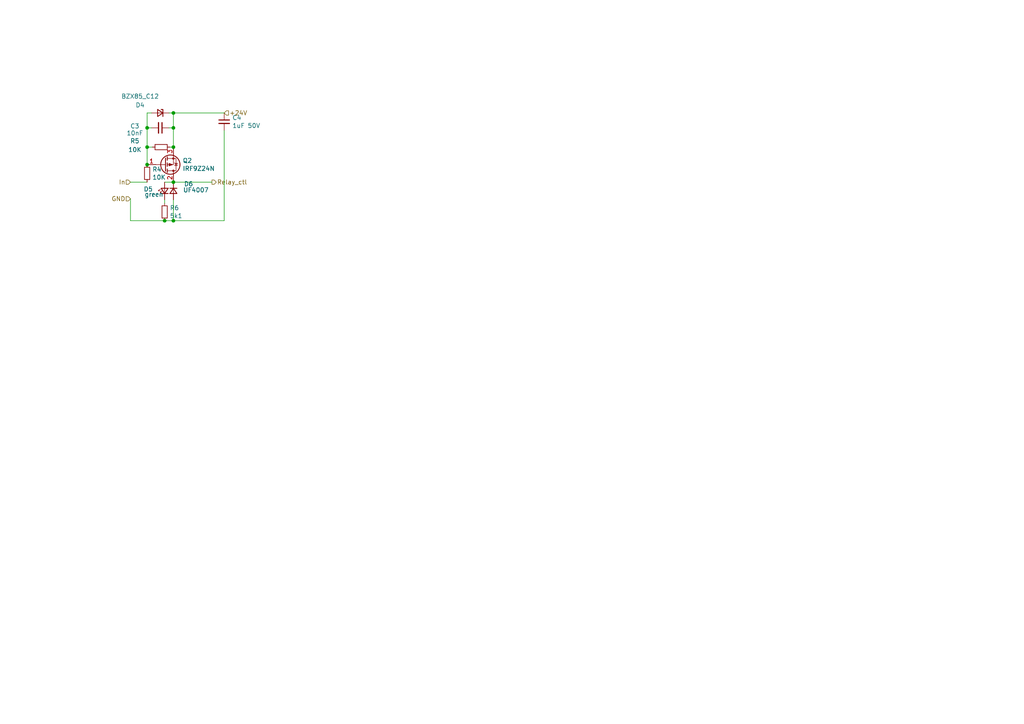
<source format=kicad_sch>
(kicad_sch (version 20230121) (generator eeschema)
  (paper "A4")
  (lib_symbols
    (symbol "Device:C_Small" (pin_numbers hide) (pin_names (offset 0.254) hide)
      (property "Reference" "C" (at 0.254 1.778 0))
      (property "Value" "C_Small" (at 0.254 -2.032 0))
      (symbol "C_Small_0_1"
        (polyline (pts (xy -1.524 -0.508) (xy 1.524 -0.508)) (stroke (width 0.3302)))
        (polyline (pts (xy -1.524 0.508) (xy 1.524 0.508)) (stroke (width 0.3048)))
      )
      (symbol "C_Small_1_1"
        (pin passive line (at 0 2.54 270) (length 2.032) (name "~") (number "1"))
        (pin passive line (at 0 -2.54 90) (length 2.032) (name "~") (number "2"))
      )
    )
    (symbol "Device:D_Small" (pin_numbers hide) (pin_names (offset 0.254) hide)
      (property "Reference" "D" (at -1.27 2.032 0))
      (property "Value" "D_Small" (at -3.81 -2.032 0))
      (symbol "D_Small_0_1"
        (polyline (pts (xy -0.762 -1.016) (xy -0.762 1.016)) (stroke (width 0.254)))
        (polyline (pts (xy -0.762 0) (xy 0.762 0)))
        (polyline (pts (xy 0.762 -1.016) (xy -0.762 0) (xy 0.762 1.016) (xy 0.762 -1.016)) (stroke (width 0.254)))
      )
      (symbol "D_Small_1_1"
        (pin passive line (at -2.54 0 0) (length 1.778) (name "K") (number "1"))
        (pin passive line (at 2.54 0 180) (length 1.778) (name "A") (number "2"))
      )
    )
    (symbol "Device:D_Zener_Small" (pin_numbers hide) (pin_names (offset 0.254) hide)
      (property "Reference" "D1" (at 7.112 -1.016 0))
      (property "Value" "BZX85_C12" (at 7.112 -3.556 0))
      (symbol "D_Zener_Small_0_1"
        (polyline (pts (xy -0.762 0) (xy 0.762 0)))
        (polyline (pts (xy 0.254 -1.016) (xy 0.762 -1.016) (xy 0.762 1.016)) (stroke (width 0.254)))
        (polyline (pts (xy -0.762 -1.016) (xy 0.762 0) (xy -0.762 1.016) (xy -0.762 -1.016)) (stroke (width 0.254)))
      )
      (symbol "D_Zener_Small_1_1"
        (pin passive line (at -2.54 0 0) (length 1.778) (name "A") (number "1"))
        (pin passive line (at 2.54 0 180) (length 1.778) (name "K") (number "2"))
      )
    )
    (symbol "Device:LED_Small" (pin_numbers hide) (pin_names (offset 0.254) hide)
      (property "Reference" "D" (at -1.27 3.175 0))
      (property "Value" "LED_Small" (at -4.445 -2.54 0))
      (symbol "LED_Small_0_1"
        (polyline (pts (xy -0.762 -1.016) (xy -0.762 1.016)) (stroke (width 0.254)))
        (polyline (pts (xy 1.016 0) (xy -0.762 0)))
        (polyline (pts (xy 0.762 -1.016) (xy -0.762 0) (xy 0.762 1.016) (xy 0.762 -1.016)) (stroke (width 0.254)))
        (polyline (pts (xy 0 0.762) (xy -0.508 1.27) (xy -0.254 1.27) (xy -0.508 1.27) (xy -0.508 1.016)))
        (polyline (pts (xy 0.508 1.27) (xy 0 1.778) (xy 0.254 1.778) (xy 0 1.778) (xy 0 1.524)))
      )
      (symbol "LED_Small_1_1"
        (pin passive line (at -2.54 0 0) (length 1.778) (name "K") (number "1"))
        (pin passive line (at 2.54 0 180) (length 1.778) (name "A") (number "2"))
      )
    )
    (symbol "Device:R_Small" (pin_numbers hide) (pin_names (offset 0.254) hide)
      (property "Reference" "R" (at 0.762 0.508 0))
      (property "Value" "R_Small" (at 0.762 -1.016 0))
      (symbol "R_Small_0_1"
        (rectangle (start -0.762 1.778) (end 0.762 -1.778) (stroke (width 0.2032)))
      )
      (symbol "R_Small_1_1"
        (pin passive line (at 0 2.54 270) (length 0.762) (name "~") (number "1"))
        (pin passive line (at 0 -2.54 90) (length 0.762) (name "~") (number "2"))
      )
    )
    (symbol "Transistor_FET:IRF9540N" (pin_names hide)
      (property "Reference" "Q" (at 5.08 1.905 0))
      (property "Value" "IRF9540N" (at 5.08 0 0))
      (symbol "IRF9540N_0_1"
        (polyline (pts (xy 0.254 0) (xy -2.54 0)))
        (polyline (pts (xy 0.254 1.905) (xy 0.254 -1.905)) (stroke (width 0.254)))
        (polyline (pts (xy 0.762 -1.27) (xy 0.762 -2.286)) (stroke (width 0.254)))
        (polyline (pts (xy 0.762 0.508) (xy 0.762 -0.508)) (stroke (width 0.254)))
        (polyline (pts (xy 0.762 2.286) (xy 0.762 1.27)) (stroke (width 0.254)))
        (polyline (pts (xy 2.54 2.54) (xy 2.54 1.778)))
        (polyline (pts (xy 2.54 -2.54) (xy 2.54 0) (xy 0.762 0)))
        (polyline (pts (xy 0.762 1.778) (xy 3.302 1.778) (xy 3.302 -1.778) (xy 0.762 -1.778)))
        (polyline (pts (xy 2.286 0) (xy 1.27 0.381) (xy 1.27 -0.381) (xy 2.286 0)) (fill (type outline)))
        (polyline (pts (xy 2.794 -0.508) (xy 2.921 -0.381) (xy 3.683 -0.381) (xy 3.81 -0.254)))
        (polyline (pts (xy 3.302 -0.381) (xy 2.921 0.254) (xy 3.683 0.254) (xy 3.302 -0.381)))
        (circle (center 1.651 0) (radius 2.794) (stroke (width 0.254)))
        (circle (center 2.54 -1.778) (radius 0.254) (fill (type outline)))
        (circle (center 2.54 1.778) (radius 0.254) (fill (type outline)))
      )
      (symbol "IRF9540N_1_1"
        (pin input line (at -5.08 0 0) (length 2.54) (name "G") (number "1"))
        (pin passive line (at 2.54 5.08 270) (length 2.54) (name "D") (number "2"))
        (pin passive line (at 2.54 -5.08 90) (length 2.54) (name "S") (number "3"))
      )
    )
  )
  (junction (at 50.292 42.672))
  (junction (at 42.672 42.672))
  (junction (at 47.752 64.008))
  (junction (at 50.292 37.084))
  (junction (at 50.292 64.008))
  (junction (at 42.672 37.084))
  (junction (at 50.292 32.766))
  (junction (at 42.672 47.752))
  (junction (at 50.292 52.832))
  (wire (pts (xy 37.846 64.008) (xy 47.752 64.008)))
  (wire (pts (xy 50.292 32.766) (xy 50.292 37.084)))
  (wire (pts (xy 47.752 64.008) (xy 50.292 64.008)))
  (wire (pts (xy 49.022 37.084) (xy 50.292 37.084)))
  (wire (pts (xy 43.942 32.766) (xy 42.672 32.766)))
  (wire (pts (xy 65.024 37.846) (xy 65.024 64.008)))
  (wire (pts (xy 42.672 32.766) (xy 42.672 37.084)))
  (wire (pts (xy 43.942 37.084) (xy 42.672 37.084)))
  (wire (pts (xy 50.292 52.832) (xy 61.468 52.832)))
  (wire (pts (xy 50.292 57.912) (xy 50.292 64.008)))
  (wire (pts (xy 42.672 52.832) (xy 37.846 52.832)))
  (wire (pts (xy 37.846 57.658) (xy 37.846 64.008)))
  (wire (pts (xy 65.024 32.766) (xy 50.292 32.766)))
  (wire (pts (xy 47.752 57.912) (xy 47.752 58.928)))
  (wire (pts (xy 49.276 42.672) (xy 50.292 42.672)))
  (wire (pts (xy 42.672 42.672) (xy 42.672 47.752)))
  (wire (pts (xy 44.196 42.672) (xy 42.672 42.672)))
  (wire (pts (xy 50.292 37.084) (xy 50.292 42.672)))
  (wire (pts (xy 50.292 32.766) (xy 49.022 32.766)))
  (wire (pts (xy 50.292 52.832) (xy 47.752 52.832)))
  (wire (pts (xy 42.672 37.084) (xy 42.672 42.672)))
  (wire (pts (xy 50.292 64.008) (xy 65.024 64.008)))
  (hierarchical_label "Relay_ctl" (shape output) (at 61.468 52.832 0))
  (hierarchical_label "GND" (shape input) (at 37.846 57.658 180))
  (hierarchical_label "+24V" (shape input) (at 65.024 32.766 0))
  (hierarchical_label "In" (shape input) (at 37.846 52.832 180))
  (symbol (lib_id "Device:C_Small") (at 65.024 35.306 0) (unit 1)
    (property "Reference" "C4" (at 67.3608 34.1376 0) (effects (justify left)))
    (property "Value" "1uF 50V" (at 67.3608 36.449 0) (effects (justify left)))
    (property "Footprint" "Capacitors_SMD:C_0805_HandSoldering" (effects hide))
    (instances (project "psg14a_power" (path "" (reference "C4") (unit 1)) (path "" (reference "C8") (unit 1)) (path "" (reference "C2") (unit 1)) (path "" (reference "C10") (unit 1)) (path "" (reference "C6") (unit 1))))
  )
  (symbol (lib_id "Device:R_Small") (at 47.752 61.468 0) (unit 1)
    (property "Reference" "R6" (at 49.2506 60.2996 0) (effects (justify left)))
    (property "Value" "5k1" (at 49.2506 62.611 0) (effects (justify left)))
    (property "Footprint" "Resistors_SMD:R_0805_HandSoldering" (effects hide))
    (instances (project "psg14a_power" (path "" (reference "R6") (unit 1)) (path "" (reference "R12") (unit 1)) (path "" (reference "R3") (unit 1)) (path "" (reference "R15") (unit 1)) (path "" (reference "R9") (unit 1))))
  )
  (symbol (lib_id "Device:LED_Small") (at 47.752 55.372 90) (unit 1)
    (property "Reference" "D5" (at 41.656 54.864 90) (effects (justify right)))
    (property "Value" "green" (at 41.91 56.388 90) (effects (justify right)))
    (property "Footprint" "LEDs:LED_0805_HandSoldering" (effects hide))
    (instances (project "psg14a_power" (path "" (reference "D5") (unit 1)) (path "" (reference "D11") (unit 1)) (path "" (reference "D2") (unit 1)) (path "" (reference "D14") (unit 1)) (path "" (reference "D8") (unit 1))))
  )
  (symbol (lib_id "Device:D_Small") (at 50.292 55.372 270) (unit 1)
    (property "Reference" "D6" (at 53.34 53.34 90) (effects (justify left)))
    (property "Value" "UF4007" (at 53.086 55.118 90) (effects (justify left)))
    (property "Footprint" "Diodes_THT:D_DO-41_SOD81_P5.08mm_Vertical_AnodeUp" (effects hide))
    (instances (project "psg14a_power" (path "" (reference "D6") (unit 1)) (path "" (reference "D12") (unit 1)) (path "" (reference "D3") (unit 1)) (path "" (reference "D15") (unit 1)) (path "" (reference "D9") (unit 1))))
  )
  (symbol (lib_id "Device:D_Zener_Small") (at 46.482 32.766 0) (mirror x) (unit 1)
    (property "Reference" "D4" (at 40.64 30.48 0))
    (property "Value" "BZX85_C12" (at 40.64 27.94 0))
    (property "Footprint" "Diodes_THT:D_DO-41_SOD81_P5.08mm_Vertical_AnodeUp" (effects hide))
    (instances (project "psg14a_power" (path "" (reference "D4") (unit 1)) (path "" (reference "D10") (unit 1)) (path "" (reference "D1") (unit 1)) (path "" (reference "D13") (unit 1)) (path "" (reference "D7") (unit 1))))
  )
  (symbol (lib_id "Device:C_Small") (at 46.482 37.084 270) (unit 1)
    (property "Reference" "C3" (at 39.116 36.576 90))
    (property "Value" "10nF" (at 39.116 38.608 90))
    (property "Footprint" "Capacitors_SMD:C_0805_HandSoldering" (effects hide))
    (instances (project "psg14a_power" (path "" (reference "C3") (unit 1)) (path "" (reference "C7") (unit 1)) (path "" (reference "C1") (unit 1)) (path "" (reference "C9") (unit 1)) (path "" (reference "C5") (unit 1))))
  )
  (symbol (lib_id "Device:R_Small") (at 46.736 42.672 270) (unit 1)
    (property "Reference" "R5" (at 39.116 40.894 90))
    (property "Value" "10K" (at 39.116 43.434 90))
    (property "Footprint" "Resistors_SMD:R_0805_HandSoldering" (effects hide))
    (instances (project "psg14a_power" (path "" (reference "R5") (unit 1)) (path "" (reference "R11") (unit 1)) (path "" (reference "R2") (unit 1)) (path "" (reference "R14") (unit 1)) (path "" (reference "R8") (unit 1))))
  )
  (symbol (lib_id "Device:R_Small") (at 42.672 50.292 0) (unit 1)
    (property "Reference" "R4" (at 44.1706 49.1236 0) (effects (justify left)))
    (property "Value" "10K" (at 44.1706 51.435 0) (effects (justify left)))
    (property "Footprint" "Resistors_SMD:R_0805_HandSoldering" (effects hide))
    (instances (project "psg14a_power" (path "" (reference "R4") (unit 1)) (path "" (reference "R10") (unit 1)) (path "" (reference "R1") (unit 1)) (path "" (reference "R13") (unit 1)) (path "" (reference "R7") (unit 1))))
  )
  (symbol (lib_id "Transistor_FET:IRF9540N") (at 47.752 47.752 0) (mirror x) (unit 1)
    (property "Reference" "Q2" (at 52.959 46.5836 0) (effects (justify left)))
    (property "Value" "IRF9Z24N" (at 52.959 48.895 0) (effects (justify left)))
    (property "Footprint" "TO_SOT_Packages_THT:TO-220-3_Vertical" (effects hide))
    (property "Datasheet" "http://www.irf.com/product-info/datasheets/data/irf9540n.pdf" (effects hide))
    (instances (project "psg14a_power" (path "" (reference "Q2") (unit 1)) (path "" (reference "Q4") (unit 1)) (path "" (reference "Q1") (unit 1)) (path "" (reference "Q5") (unit 1)) (path "" (reference "Q3") (unit 1))))
  )
)
</source>
